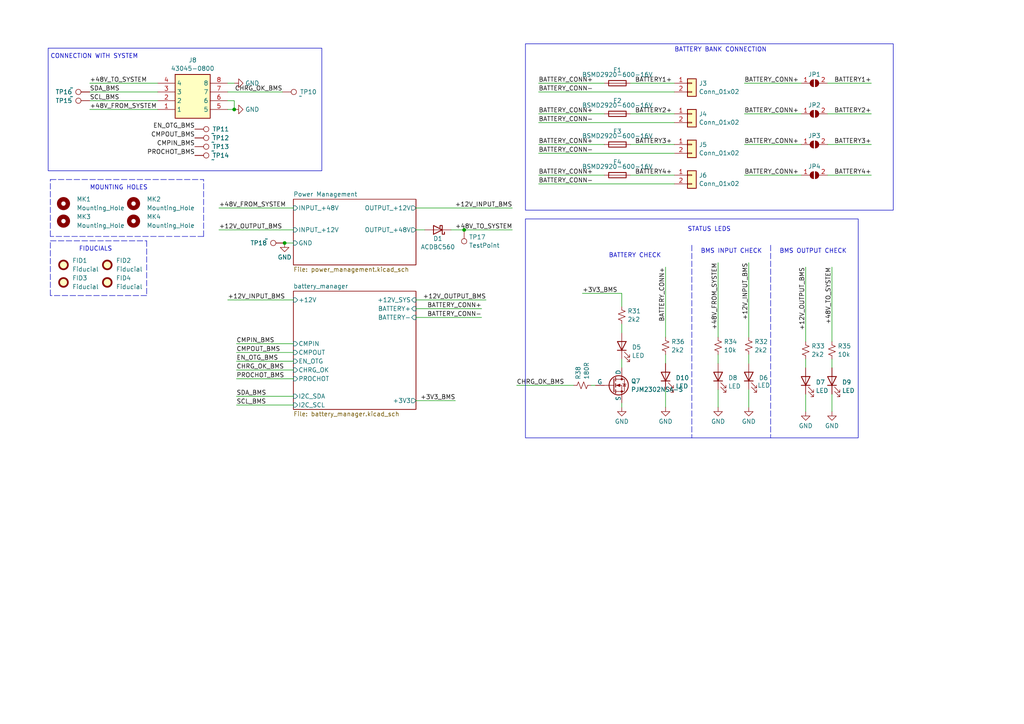
<source format=kicad_sch>
(kicad_sch (version 20230121) (generator eeschema)
  (paper "A4")
  (title_block (date "2023-08-11") (rev "1.0.0"))
  (lib_symbols
    (symbol "Connector:43045-0800"
      (property "Reference" "J" (at 16.51 7.62 0))
      (property "Value" "43045-0800" (at 16.51 5.08 0))
      (symbol "43045-0800_1_1"
        (rectangle (start 5.08 2.54) (end 15.24 -10.16) (stroke (width 0.254)) (fill (type background)))
        (pin passive line (at 0 -7.62 0) (length 5.08) (name "1") (number "1"))
        (pin passive line (at 0 -5.08 0) (length 5.08) (name "2") (number "2"))
        (pin passive line (at 0 -2.54 0) (length 5.08) (name "3") (number "3"))
        (pin passive line (at 0 0 0) (length 5.08) (name "4") (number "4"))
        (pin passive line (at 20.32 -7.62 180) (length 5.08) (name "5") (number "5"))
        (pin passive line (at 20.32 -5.08 180) (length 5.08) (name "6") (number "6"))
        (pin passive line (at 20.32 -2.54 180) (length 5.08) (name "7") (number "7"))
        (pin passive line (at 20.32 0 180) (length 5.08) (name "8") (number "8"))
      )
    )
    (symbol "Connector:TestPoint" (pin_numbers hide) (pin_names (offset 0.762) hide)
      (property "Reference" "TP" (at 0 6.858 0))
      (property "Value" "TestPoint" (at 0 5.08 0))
      (symbol "TestPoint_0_1"
        (circle (center 0 3.302) (radius 0.762))
      )
      (symbol "TestPoint_1_1"
        (pin passive line (at 0 0 90) (length 2.54) (name "1") (number "1"))
      )
    )
    (symbol "Connector_Generic:Conn_01x02" (pin_names (offset 1.016) hide)
      (property "Reference" "J" (at 0 2.54 0))
      (property "Value" "Conn_01x02" (at 0 -5.08 0))
      (symbol "Conn_01x02_1_1"
        (rectangle (start -1.27 -2.413) (end 0 -2.667) (stroke (width 0.1524)))
        (rectangle (start -1.27 0.127) (end 0 -0.127) (stroke (width 0.1524)))
        (rectangle (start -1.27 1.27) (end 1.27 -3.81) (stroke (width 0.254)) (fill (type background)))
        (pin passive line (at -5.08 0 0) (length 3.81) (name "Pin_1") (number "1"))
        (pin passive line (at -5.08 -2.54 0) (length 3.81) (name "Pin_2") (number "2"))
      )
    )
    (symbol "Device:D_Schottky" (pin_numbers hide) (pin_names (offset 1.016) hide)
      (property "Reference" "D" (at 0 2.54 0))
      (property "Value" "D_Schottky" (at 0 -2.54 0))
      (symbol "D_Schottky_0_1"
        (polyline (pts (xy 1.27 0) (xy -1.27 0)))
        (polyline (pts (xy 1.27 1.27) (xy 1.27 -1.27) (xy -1.27 0) (xy 1.27 1.27)) (stroke (width 0.254)))
        (polyline (pts (xy -1.905 0.635) (xy -1.905 1.27) (xy -1.27 1.27) (xy -1.27 -1.27) (xy -0.635 -1.27) (xy -0.635 -0.635)) (stroke (width 0.254)))
      )
      (symbol "D_Schottky_1_1"
        (pin passive line (at -3.81 0 0) (length 2.54) (name "K") (number "1"))
        (pin passive line (at 3.81 0 180) (length 2.54) (name "A") (number "2"))
      )
    )
    (symbol "Device:Fuse" (pin_numbers hide) (pin_names (offset 0))
      (property "Reference" "F" (at 2.032 0 90))
      (property "Value" "Fuse" (at -1.905 0 90))
      (symbol "Fuse_0_1"
        (rectangle (start -0.762 -2.54) (end 0.762 2.54) (stroke (width 0.254)))
        (polyline (pts (xy 0 2.54) (xy 0 -2.54)))
      )
      (symbol "Fuse_1_1"
        (pin passive line (at 0 3.81 270) (length 1.27) (name "~") (number "1"))
        (pin passive line (at 0 -3.81 90) (length 1.27) (name "~") (number "2"))
      )
    )
    (symbol "Device:LED" (pin_numbers hide) (pin_names (offset 1.016) hide)
      (property "Reference" "D" (at 0 2.54 0))
      (property "Value" "LED" (at 0 -2.54 0))
      (symbol "LED_0_1"
        (polyline (pts (xy -1.27 -1.27) (xy -1.27 1.27)) (stroke (width 0.254)))
        (polyline (pts (xy -1.27 0) (xy 1.27 0)))
        (polyline (pts (xy 1.27 -1.27) (xy 1.27 1.27) (xy -1.27 0) (xy 1.27 -1.27)) (stroke (width 0.254)))
        (polyline (pts (xy -3.048 -0.762) (xy -4.572 -2.286) (xy -3.81 -2.286) (xy -4.572 -2.286) (xy -4.572 -1.524)))
        (polyline (pts (xy -1.778 -0.762) (xy -3.302 -2.286) (xy -2.54 -2.286) (xy -3.302 -2.286) (xy -3.302 -1.524)))
      )
      (symbol "LED_1_1"
        (pin passive line (at -3.81 0 0) (length 2.54) (name "K") (number "1"))
        (pin passive line (at 3.81 0 180) (length 2.54) (name "A") (number "2"))
      )
    )
    (symbol "Device:R_Small_US" (pin_numbers hide) (pin_names (offset 0.254) hide)
      (property "Reference" "R" (at 0.762 0.508 0))
      (property "Value" "R_Small_US" (at 0.762 -1.016 0))
      (symbol "R_Small_US_1_1"
        (polyline (pts (xy 0 0) (xy 1.016 -0.381) (xy 0 -0.762) (xy -1.016 -1.143) (xy 0 -1.524)))
        (polyline (pts (xy 0 1.524) (xy 1.016 1.143) (xy 0 0.762) (xy -1.016 0.381) (xy 0 0)))
        (pin passive line (at 0 2.54 270) (length 1.016) (name "~") (number "1"))
        (pin passive line (at 0 -2.54 90) (length 1.016) (name "~") (number "2"))
      )
    )
    (symbol "Jumper:SolderJumper_2_Open" (pin_names (offset 0) hide)
      (property "Reference" "JP" (at 0 2.032 0))
      (property "Value" "SolderJumper_2_Open" (at 0 -2.54 0))
      (symbol "SolderJumper_2_Open_0_1"
        (arc (start -0.254 1.016) (mid -1.2656 0) (end -0.254 -1.016))
        (arc (start -0.254 1.016) (mid -1.2656 0) (end -0.254 -1.016) (fill (type outline)))
        (polyline (pts (xy -0.254 1.016) (xy -0.254 -1.016)))
        (polyline (pts (xy 0.254 1.016) (xy 0.254 -1.016)))
        (arc (start 0.254 -1.016) (mid 1.2656 0) (end 0.254 1.016))
        (arc (start 0.254 -1.016) (mid 1.2656 0) (end 0.254 1.016) (fill (type outline)))
      )
      (symbol "SolderJumper_2_Open_1_1"
        (pin passive line (at -3.81 0 0) (length 2.54) (name "A") (number "1"))
        (pin passive line (at 3.81 0 180) (length 2.54) (name "B") (number "2"))
      )
    )
    (symbol "Mechanical:Fiducial"
      (property "Reference" "FID" (at 0 5.08 0))
      (property "Value" "Fiducial" (at 0 3.175 0))
      (symbol "Fiducial_0_1"
        (circle (center 0 0) (radius 1.27) (stroke (width 0.508)) (fill (type background)))
      )
    )
    (symbol "Simulation_SPICE:NMOS" (pin_numbers hide) (pin_names (offset 0))
      (property "Reference" "Q8" (at 5.207 1.2121 0))
      (property "Value" "PJM2302NSA-S" (at 5.207 -1.2121 0))
      (symbol "NMOS_0_1"
        (polyline (pts (xy 0.254 0) (xy -2.54 0)))
        (polyline (pts (xy 0.254 1.905) (xy 0.254 -1.905)) (stroke (width 0.254)))
        (polyline (pts (xy 0.762 -1.27) (xy 0.762 -2.286)) (stroke (width 0.254)))
        (polyline (pts (xy 0.762 0.508) (xy 0.762 -0.508)) (stroke (width 0.254)))
        (polyline (pts (xy 0.762 2.286) (xy 0.762 1.27)) (stroke (width 0.254)))
        (polyline (pts (xy 2.54 2.54) (xy 2.54 1.778)))
        (polyline (pts (xy 2.54 -2.54) (xy 2.54 0) (xy 0.762 0)))
        (polyline (pts (xy 0.762 -1.778) (xy 3.302 -1.778) (xy 3.302 1.778) (xy 0.762 1.778)))
        (polyline (pts (xy 1.016 0) (xy 2.032 0.381) (xy 2.032 -0.381) (xy 1.016 0)) (fill (type outline)))
        (polyline (pts (xy 2.794 0.508) (xy 2.921 0.381) (xy 3.683 0.381) (xy 3.81 0.254)))
        (polyline (pts (xy 3.302 0.381) (xy 2.921 -0.254) (xy 3.683 -0.254) (xy 3.302 0.381)))
        (circle (center 1.651 0) (radius 2.794) (stroke (width 0.254)))
        (circle (center 2.54 -1.778) (radius 0.254) (fill (type outline)))
        (circle (center 2.54 1.778) (radius 0.254) (fill (type outline)))
      )
      (symbol "NMOS_1_1"
        (pin input line (at -5.08 0 0) (length 2.54) (name "G") (number "1"))
        (pin passive line (at 2.54 -5.08 90) (length 2.54) (name "S") (number "2"))
        (pin passive line (at 2.54 5.08 270) (length 2.54) (name "D") (number "3"))
      )
    )
    (symbol "mechanical:Mounting_Hole" (pin_names (offset 1.016))
      (property "Reference" "MK" (at 0 5.08 0))
      (property "Value" "Mounting_Hole" (at 0 3.175 0))
      (symbol "Mounting_Hole_0_1"
        (circle (center 0 0) (radius 1.27) (stroke (width 1.27)))
      )
    )
    (symbol "power:GND" (power) (pin_names (offset 0))
      (property "Value" "GND" (at 0 -3.81 0))
      (symbol "GND_0_1"
        (polyline (pts (xy 0 0) (xy 0 -1.27) (xy 1.27 -1.27) (xy 0 -2.54) (xy -1.27 -1.27) (xy 0 -1.27)))
      )
      (symbol "GND_1_1"
        (pin power_in line (at 0 0 270) (length 0) hide (name "GND") (number "1"))
      )
    )
  )
  (junction (at 134.62 66.675))
  (junction (at 67.945 31.75))
  (junction (at 82.55 70.485))
  (polyline (pts (xy 200.66 71.12) (xy 200.66 127)) (stroke (width 0) (type dash)))
  (wire (pts (xy 180.34 93.98) (xy 180.34 96.52)))
  (polyline (pts (xy 59.055 68.58) (xy 14.605 68.58)) (stroke (width 0) (type dash)))
  (wire (pts (xy 68.58 104.775) (xy 85.09 104.775)))
  (wire (pts (xy 208.28 102.87) (xy 208.28 105.41)))
  (wire (pts (xy 130.81 66.675) (xy 134.62 66.675)))
  (wire (pts (xy 182.88 41.91) (xy 195.58 41.91)))
  (wire (pts (xy 241.3 104.14) (xy 241.3 106.68)))
  (wire (pts (xy 120.65 116.205) (xy 132.08 116.205)))
  (wire (pts (xy 149.86 111.76) (xy 166.37 111.76)))
  (wire (pts (xy 156.21 24.13) (xy 175.26 24.13)))
  (wire (pts (xy 156.21 33.02) (xy 175.26 33.02)))
  (polyline (pts (xy 14.605 68.58) (xy 14.605 52.07)) (stroke (width 0) (type dash)))
  (wire (pts (xy 68.58 114.935) (xy 85.09 114.935)))
  (wire (pts (xy 156.21 50.8) (xy 175.26 50.8)))
  (wire (pts (xy 120.65 89.535) (xy 139.7 89.535)))
  (wire (pts (xy 240.03 50.8) (xy 252.73 50.8)))
  (wire (pts (xy 63.5 60.325) (xy 85.09 60.325)))
  (wire (pts (xy 120.65 92.075) (xy 139.7 92.075)))
  (wire (pts (xy 120.65 60.325) (xy 148.59 60.325)))
  (wire (pts (xy 68.58 109.855) (xy 85.09 109.855)))
  (wire (pts (xy 26.035 31.75) (xy 45.72 31.75)))
  (wire (pts (xy 180.34 116.84) (xy 180.34 118.11)))
  (wire (pts (xy 240.03 41.91) (xy 252.73 41.91)))
  (polyline (pts (xy 14.605 52.07) (xy 59.055 52.07)) (stroke (width 0) (type dash)))
  (wire (pts (xy 66.04 31.75) (xy 67.945 31.75)))
  (wire (pts (xy 241.3 77.47) (xy 241.3 99.06)))
  (polyline (pts (xy 14.605 69.85) (xy 42.545 69.85)) (stroke (width 0) (type dash)))
  (wire (pts (xy 195.58 44.45) (xy 156.21 44.45)))
  (wire (pts (xy 182.88 24.13) (xy 195.58 24.13)))
  (wire (pts (xy 66.04 24.13) (xy 67.945 24.13)))
  (wire (pts (xy 241.3 114.3) (xy 241.3 119.38)))
  (wire (pts (xy 156.21 35.56) (xy 195.58 35.56)))
  (wire (pts (xy 168.91 85.09) (xy 180.34 85.09)))
  (wire (pts (xy 195.58 26.67) (xy 156.21 26.67)))
  (wire (pts (xy 182.88 33.02) (xy 195.58 33.02)))
  (wire (pts (xy 66.04 29.21) (xy 67.945 29.21)))
  (wire (pts (xy 215.9 41.91) (xy 232.41 41.91)))
  (wire (pts (xy 240.03 24.13) (xy 252.73 24.13)))
  (wire (pts (xy 171.45 111.76) (xy 172.72 111.76)))
  (wire (pts (xy 68.58 107.315) (xy 85.09 107.315)))
  (wire (pts (xy 68.58 117.475) (xy 85.09 117.475)))
  (wire (pts (xy 195.58 53.34) (xy 156.21 53.34)))
  (wire (pts (xy 193.04 102.87) (xy 193.04 105.41)))
  (wire (pts (xy 66.04 86.995) (xy 85.09 86.995)))
  (wire (pts (xy 193.04 77.47) (xy 193.04 97.79)))
  (wire (pts (xy 217.17 102.87) (xy 217.17 105.41)))
  (wire (pts (xy 26.035 26.67) (xy 45.72 26.67)))
  (wire (pts (xy 217.17 76.2) (xy 217.17 97.79)))
  (wire (pts (xy 208.28 113.03) (xy 208.28 118.11)))
  (wire (pts (xy 180.34 104.14) (xy 180.34 106.68)))
  (wire (pts (xy 215.9 24.13) (xy 232.41 24.13)))
  (polyline (pts (xy 223.52 71.12) (xy 223.52 127)) (stroke (width 0) (type dash)))
  (wire (pts (xy 217.17 113.03) (xy 217.17 118.11)))
  (wire (pts (xy 63.5 66.675) (xy 85.09 66.675)))
  (wire (pts (xy 233.68 114.3) (xy 233.68 119.38)))
  (wire (pts (xy 233.68 77.47) (xy 233.68 99.06)))
  (wire (pts (xy 134.62 66.675) (xy 148.59 66.675)))
  (wire (pts (xy 240.03 33.02) (xy 252.73 33.02)))
  (wire (pts (xy 120.65 66.675) (xy 123.19 66.675)))
  (wire (pts (xy 215.9 33.02) (xy 232.41 33.02)))
  (wire (pts (xy 82.55 70.485) (xy 85.09 70.485)))
  (wire (pts (xy 193.04 113.03) (xy 193.04 118.11)))
  (wire (pts (xy 120.65 86.995) (xy 140.97 86.995)))
  (polyline (pts (xy 59.055 68.58) (xy 59.055 52.07)) (stroke (width 0) (type dash)))
  (polyline (pts (xy 42.545 69.85) (xy 42.545 85.725)) (stroke (width 0) (type dash)))
  (polyline (pts (xy 42.545 85.725) (xy 14.605 85.725)) (stroke (width 0) (type dash)))
  (wire (pts (xy 182.88 50.8) (xy 195.58 50.8)))
  (wire (pts (xy 68.58 102.235) (xy 85.09 102.235)))
  (wire (pts (xy 66.04 26.67) (xy 81.915 26.67)))
  (wire (pts (xy 208.28 76.2) (xy 208.28 97.79)))
  (wire (pts (xy 26.035 29.21) (xy 45.72 29.21)))
  (polyline (pts (xy 14.605 85.725) (xy 14.605 69.85)) (stroke (width 0) (type dash)))
  (wire (pts (xy 67.945 29.21) (xy 67.945 31.75)))
  (wire (pts (xy 26.035 24.13) (xy 45.72 24.13)))
  (wire (pts (xy 156.21 41.91) (xy 175.26 41.91)))
  (wire (pts (xy 233.68 104.14) (xy 233.68 106.68)))
  (wire (pts (xy 215.9 50.8) (xy 232.41 50.8)))
  (wire (pts (xy 180.34 85.09) (xy 180.34 88.9)))
  (wire (pts (xy 68.58 99.695) (xy 85.09 99.695)))
  (rectangle (start 152.4 63.5) (end 248.92 127))
  (rectangle (start 152.4 12.7) (end 259.08 60.96))
  (rectangle (start 13.97 13.97) (end 93.345 49.53))
  (text "BMS INPUT CHECK" (at 203.2 73.66 0) (effects (font (size 1.27 1.27)) (justify left bottom)))
  (text "MOUNTING HOLES\n" (at 26.035 55.245 0) (effects (font (size 1.27 1.27)) (justify left bottom)))
  (text "BATTERY CHECK" (at 176.53 74.93 0) (effects (font (size 1.27 1.27)) (justify left bottom)))
  (text "CONNECTION WITH SYSTEM" (at 14.605 17.145 0) (effects (font (size 1.27 1.27)) (justify left bottom)))
  (text "FIDUCIALS\n" (at 22.86 73.025 0) (effects (font (size 1.27 1.27)) (justify left bottom)))
  (text "STATUS LEDS\n" (at 199.39 67.31 0) (effects (font (size 1.27 1.27)) (justify left bottom)))
  (text "BATTERY BANK CONNECTION" (at 195.58 15.24 0) (effects (font (size 1.27 1.27)) (justify left bottom)))
  (text "BMS OUTPUT CHECK" (at 226.06 73.66 0) (effects (font (size 1.27 1.27)) (justify left bottom)))
  (label "BATTERY_CONN+" (at 215.9 41.91 0))
  (label "BATTERY_CONN-" (at 156.21 26.67 0))
  (label "SDA_BMS" (at 26.035 26.67 0))
  (label "BATTERY_CONN+" (at 156.21 24.13 0))
  (label "BATTERY2+" (at 184.15 33.02 0))
  (label "BATTERY_CONN+" (at 156.21 33.02 0))
  (label "BATTERY1+" (at 184.15 24.13 0))
  (label "BATTERY_CONN+" (at 215.9 33.02 0))
  (label "BATTERY_CONN-" (at 156.21 53.34 0))
  (label "BATTERY_CONN+" (at 215.9 50.8 0))
  (label "BATTERY4+" (at 252.73 50.8 180))
  (label "PROCHOT_BMS" (at 56.515 45.085 180))
  (label "+12V_OUTPUT_BMS" (at 140.97 86.995 180))
  (label "+48V_TO_SYSTEM" (at 26.035 24.13 0))
  (label "CMPIN_BMS" (at 56.515 42.545 180))
  (label "CHRG_OK_BMS" (at 81.915 26.67 180))
  (label "+48V_FROM_SYSTEM" (at 63.5 60.325 0))
  (label "PROCHOT_BMS" (at 68.58 109.855 0))
  (label "SCL_BMS" (at 26.035 29.21 0))
  (label "CHRG_OK_BMS" (at 68.58 107.315 0))
  (label "CMPOUT_BMS" (at 56.515 40.005 180))
  (label "BATTERY2+" (at 252.73 33.02 180))
  (label "CMPOUT_BMS" (at 68.58 102.235 0))
  (label "+12V_INPUT_BMS" (at 217.17 76.2 270))
  (label "BATTERY_CONN-" (at 156.21 35.56 0))
  (label "BATTERY3+" (at 184.15 41.91 0))
  (label "CHRG_OK_BMS" (at 149.86 111.76 0))
  (label "BATTERY_CONN-" (at 156.21 44.45 0))
  (label "+48V_FROM_SYSTEM" (at 208.28 76.2 270))
  (label "+3V3_BMS" (at 132.08 116.205 180))
  (label "+48V_TO_SYSTEM" (at 148.59 66.675 180))
  (label "+48V_TO_SYSTEM" (at 241.3 77.47 270))
  (label "+3V3_BMS" (at 168.91 85.09 0))
  (label "BATTERY_CONN-" (at 139.7 92.075 180))
  (label "CMPIN_BMS" (at 68.58 99.695 0))
  (label "BATTERY_CONN+" (at 139.7 89.535 180))
  (label "EN_OTG_BMS" (at 68.58 104.775 0))
  (label "+48V_FROM_SYSTEM" (at 26.035 31.75 0))
  (label "SDA_BMS" (at 68.58 114.935 0))
  (label "+12V_INPUT_BMS" (at 148.59 60.325 180))
  (label "+12V_OUTPUT_BMS" (at 233.68 77.47 270))
  (label "SCL_BMS" (at 68.58 117.475 0))
  (label "BATTERY_CONN+" (at 156.21 41.91 0))
  (label "EN_OTG_BMS" (at 56.515 37.465 180))
  (label "BATTERY_CONN+" (at 156.21 50.8 0))
  (label "+12V_OUTPUT_BMS" (at 63.5 66.675 0))
  (label "BATTERY_CONN+" (at 193.04 77.47 270))
  (label "+12V_INPUT_BMS" (at 66.04 86.995 0))
  (label "BATTERY_CONN+" (at 215.9 24.13 0))
  (label "BATTERY4+" (at 184.15 50.8 0))
  (label "BATTERY1+" (at 252.73 24.13 180))
  (label "BATTERY3+" (at 252.73 41.91 180))
  (symbol (lib_id "Device:Fuse") (at 179.07 41.91 90) (unit 1)
    (property "Reference" "F3" (at 179.07 38.1 90))
    (property "Value" "BSMD2920-600-16V" (at 179.07 39.4279 90))
    (property "Footprint" "Fuse:BSMD2920" (effects hide))
    (property "LCSC Part" "C910847" (effects hide))
  )
  (symbol (lib_id "Connector_Generic:Conn_01x02") (at 200.66 41.91 0) (unit 1)
    (property "Reference" "J5" (at 202.692 41.9679 0) (effects (justify left)))
    (property "Value" "Conn_01x02" (at 202.692 44.3921 0) (effects (justify left)))
    (property "Footprint" "Connector:KF202-5.0-2P" (effects hide))
  )
  (symbol (lib_id "Device:R_Small_US") (at 241.3 101.6 0) (unit 1)
    (property "Reference" "R35" (at 242.951 100.3879 0) (effects (justify left)))
    (property "Value" "10k" (at 242.951 102.8121 0) (effects (justify left)))
    (property "Footprint" "Resistor_SMD:R_0402_1005Metric" (effects hide))
  )
  (symbol (lib_id "Simulation_SPICE:NMOS") (at 177.8 111.76 0) (unit 1)
    (property "Reference" "Q7" (at 183.007 110.5479 0) (effects (justify left)))
    (property "Value" "PJM2302NSA-S" (at 183.007 112.9721 0) (effects (justify left)))
    (property "Footprint" "Package_TO_SOT_SMD:SOT-23" (effects hide))
    (property "Datasheet" "https://ngspice.sourceforge.io/docs/ngspice-manual.pdf" (effects hide))
    (property "Sim.Device" "NMOS" (effects hide))
    (property "Sim.Type" "VDMOS" (effects hide))
    (property "Sim.Pins" "1=D 2=G 3=S" (effects hide))
    (property "LCSC Part" "C411710" (effects hide))
  )
  (symbol (lib_id "Mechanical:Fiducial") (at 18.415 81.915 0) (unit 1)
    (property "Reference" "FID3" (at 20.955 80.6449 0) (effects (justify left)))
    (property "Value" "Fiducial" (at 20.955 83.1849 0) (effects (justify left)))
    (property "Footprint" "Fiducial:Fiducial_1mm_Mask2mm" (effects hide))
  )
  (symbol (lib_id "mechanical:Mounting_Hole") (at 18.415 64.135 0) (unit 1)
    (property "Reference" "MK3" (at 22.225 62.8649 0) (effects (justify left)))
    (property "Value" "Mounting_Hole" (at 22.225 65.4049 0) (effects (justify left)))
    (property "Footprint" "MountingHole:MountingHole_4.3mm_M4" (effects hide))
  )
  (symbol (lib_id "Device:LED") (at 208.28 109.22 90) (unit 1)
    (property "Reference" "D8" (at 211.201 109.5954 90) (effects (justify right)))
    (property "Value" "LED" (at 211.201 112.0196 90) (effects (justify right)))
    (property "Footprint" "LED_SMD:LED_0603_1608Metric" (effects hide))
  )
  (symbol (lib_id "Device:R_Small_US") (at 208.28 100.33 0) (unit 1)
    (property "Reference" "R34" (at 209.931 99.1179 0) (effects (justify left)))
    (property "Value" "10k" (at 209.931 101.5421 0) (effects (justify left)))
    (property "Footprint" "Resistor_SMD:R_0402_1005Metric" (effects hide))
  )
  (symbol (lib_id "power:GND") (at 217.17 118.11 0) (unit 1)
    (property "Reference" "#PWR043" (effects hide))
    (property "Value" "GND" (at 217.17 122.2431 0))
  )
  (symbol (lib_id "Connector:TestPoint") (at 26.035 26.67 90) (unit 1)
    (property "Reference" "TP16" (at 20.955 26.67 90) (effects (justify left)))
    (property "Value" "~" (at 21.336 25.4579 90) (effects (justify left)))
    (property "Footprint" "TestPoint:TestPoint_Pad_D1.0mm" (effects hide))
  )
  (symbol (lib_id "Connector:43045-0800") (at 45.72 24.13 0) (unit 1)
    (property "Reference" "J8" (at 55.88 17.4457 0))
    (property "Value" "43045-0800" (at 55.88 19.8699 0))
    (property "Footprint" "Connector_Molex:43045-08_00,01,02,10_" (effects hide))
    (property "Datasheet" "https://www.molex.com/pdm_docs/sd/430450200_sd.pdf" (effects hide))
    (property "Height" "8.77" (effects hide))
    (property "Mouser Part Number" "538-43045-0800" (effects hide))
    (property "Mouser Price/Stock" "https://www.mouser.co.uk/ProductDetail/Molex/43045-0800?qs=MGlPTwjtJ4Z70Z3DbkGxKw%3D%3D" (effects hide))
    (property "Manufacturer_Name" "Molex" (effects hide))
    (property "Manufacturer_Part_Number" "43045-0800" (effects hide))
  )
  (symbol (lib_id "power:GND") (at 180.34 118.11 0) (unit 1)
    (property "Reference" "#PWR042" (effects hide))
    (property "Value" "GND" (at 180.34 122.2431 0))
  )
  (symbol (lib_id "Mechanical:Fiducial") (at 31.115 76.835 0) (unit 1)
    (property "Reference" "FID2" (at 33.655 75.5649 0) (effects (justify left)))
    (property "Value" "Fiducial" (at 33.655 78.1049 0) (effects (justify left)))
    (property "Footprint" "Fiducial:Fiducial_1mm_Mask2mm" (effects hide))
  )
  (symbol (lib_id "Device:LED") (at 233.68 110.49 90) (unit 1)
    (property "Reference" "D7" (at 236.601 110.8654 90) (effects (justify right)))
    (property "Value" "LED" (at 236.601 113.2896 90) (effects (justify right)))
    (property "Footprint" "LED_SMD:LED_0603_1608Metric" (effects hide))
  )
  (symbol (lib_id "Connector_Generic:Conn_01x02") (at 200.66 33.02 0) (unit 1)
    (property "Reference" "J4" (at 202.692 33.0779 0) (effects (justify left)))
    (property "Value" "Conn_01x02" (at 202.692 35.5021 0) (effects (justify left)))
    (property "Footprint" "Connector:KF202-5.0-2P" (effects hide))
  )
  (symbol (lib_id "Device:LED") (at 241.3 110.49 90) (unit 1)
    (property "Reference" "D9" (at 244.221 110.8654 90) (effects (justify right)))
    (property "Value" "LED" (at 244.221 113.2896 90) (effects (justify right)))
    (property "Footprint" "LED_SMD:LED_0603_1608Metric" (effects hide))
  )
  (symbol (lib_id "power:GND") (at 208.28 118.11 0) (unit 1)
    (property "Reference" "#PWR045" (effects hide))
    (property "Value" "GND" (at 208.28 122.2431 0))
  )
  (symbol (lib_id "Device:R_Small_US") (at 233.68 101.6 0) (unit 1)
    (property "Reference" "R33" (at 235.331 100.3879 0) (effects (justify left)))
    (property "Value" "2k2" (at 235.331 102.8121 0) (effects (justify left)))
    (property "Footprint" "Resistor_SMD:R_0402_1005Metric" (effects hide))
  )
  (symbol (lib_id "mechanical:Mounting_Hole") (at 38.735 59.055 0) (unit 1)
    (property "Reference" "MK2" (at 42.545 57.7849 0) (effects (justify left)))
    (property "Value" "Mounting_Hole" (at 42.545 60.3249 0) (effects (justify left)))
    (property "Footprint" "MountingHole:MountingHole_4.3mm_M4" (effects hide))
  )
  (symbol (lib_id "Connector:TestPoint") (at 134.62 66.675 180) (unit 1)
    (property "Reference" "TP17" (at 136.017 68.7649 0) (effects (justify right)))
    (property "Value" "TestPoint" (at 136.017 71.1891 0) (effects (justify right)))
    (property "Footprint" "TestPoint:TestPoint_Pad_D1.0mm" (effects hide))
  )
  (symbol (lib_id "Device:R_Small_US") (at 168.91 111.76 90) (unit 1)
    (property "Reference" "R38" (at 167.6979 110.109 0) (effects (justify left)))
    (property "Value" "180R" (at 170.1221 110.109 0) (effects (justify left)))
    (property "Footprint" "Resistor_SMD:R_0402_1005Metric" (effects hide))
  )
  (symbol (lib_id "Device:R_Small_US") (at 217.17 100.33 0) (unit 1)
    (property "Reference" "R32" (at 218.821 99.1179 0) (effects (justify left)))
    (property "Value" "2k2" (at 218.821 101.5421 0) (effects (justify left)))
    (property "Footprint" "Resistor_SMD:R_0402_1005Metric" (effects hide))
  )
  (symbol (lib_id "Connector:TestPoint") (at 56.515 42.545 270) (unit 1)
    (property "Reference" "TP13" (at 61.595 42.545 90) (effects (justify left)))
    (property "Value" "~" (at 61.214 43.7571 90) (effects (justify left)))
    (property "Footprint" "TestPoint:TestPoint_Pad_D1.0mm" (effects hide))
  )
  (symbol (lib_id "power:GND") (at 233.68 119.38 0) (unit 1)
    (property "Reference" "#PWR044" (effects hide))
    (property "Value" "GND" (at 233.68 123.5131 0))
  )
  (symbol (lib_id "mechanical:Mounting_Hole") (at 18.415 59.055 0) (unit 1)
    (property "Reference" "MK1" (at 22.225 57.7849 0) (effects (justify left)))
    (property "Value" "Mounting_Hole" (at 22.225 60.3249 0) (effects (justify left)))
    (property "Footprint" "MountingHole:MountingHole_4.3mm_M4" (effects hide))
  )
  (symbol (lib_id "Device:LED") (at 217.17 109.22 90) (unit 1)
    (property "Reference" "D6" (at 220.091 109.5954 90) (effects (justify right)))
    (property "Value" "LED" (at 219.71 111.76 90) (effects (justify right)))
    (property "Footprint" "LED_SMD:LED_0603_1608Metric" (effects hide))
  )
  (symbol (lib_id "Jumper:SolderJumper_2_Open") (at 236.22 41.91 0) (unit 1)
    (property "Reference" "JP3" (at 236.22 39.37 0))
    (property "Value" "~" (at 236.22 39.3009 0))
    (property "Footprint" "Jumper:SolderJumper-2_P1.3mm_Open_RoundedPad1.0x1.5mm" (effects hide))
  )
  (symbol (lib_id "Device:D_Schottky") (at 127 66.675 180) (unit 1)
    (property "Reference" "D1" (at 127 69.215 0))
    (property "Value" "ACDBC560" (at 127 71.6392 0))
    (property "Footprint" "Diode_SMD:D_SMC" (effects hide))
  )
  (symbol (lib_id "Device:R_Small_US") (at 193.04 100.33 0) (unit 1)
    (property "Reference" "R36" (at 194.691 99.1179 0) (effects (justify left)))
    (property "Value" "2k2" (at 194.691 101.5421 0) (effects (justify left)))
    (property "Footprint" "Resistor_SMD:R_0402_1005Metric" (effects hide))
  )
  (symbol (lib_id "Connector:TestPoint") (at 56.515 40.005 270) (unit 1)
    (property "Reference" "TP12" (at 61.595 40.005 90) (effects (justify left)))
    (property "Value" "~" (at 61.214 41.2171 90) (effects (justify left)))
    (property "Footprint" "TestPoint:TestPoint_Pad_D1.0mm" (effects hide))
  )
  (symbol (lib_id "power:GND") (at 241.3 119.38 0) (unit 1)
    (property "Reference" "#PWR046" (effects hide))
    (property "Value" "GND" (at 241.3 123.5131 0))
  )
  (symbol (lib_id "power:GND") (at 193.04 118.11 0) (unit 1)
    (property "Reference" "#PWR047" (effects hide))
    (property "Value" "GND" (at 193.04 122.2431 0))
  )
  (symbol (lib_id "Connector:TestPoint") (at 26.035 29.21 90) (unit 1)
    (property "Reference" "TP15" (at 20.955 29.21 90) (effects (justify left)))
    (property "Value" "~" (at 21.336 27.9979 90) (effects (justify left)))
    (property "Footprint" "TestPoint:TestPoint_Pad_D1.0mm" (effects hide))
  )
  (symbol (lib_id "Connector_Generic:Conn_01x02") (at 200.66 24.13 0) (unit 1)
    (property "Reference" "J3" (at 202.692 24.1879 0) (effects (justify left)))
    (property "Value" "Conn_01x02" (at 202.692 26.6121 0) (effects (justify left)))
    (property "Footprint" "Connector:KF202-5.0-2P" (effects hide))
  )
  (symbol (lib_id "power:GND") (at 67.945 24.13 90) (unit 1)
    (property "Reference" "#PWR051" (effects hide))
    (property "Value" "GND" (at 71.12 24.13 90) (effects (justify right)))
  )
  (symbol (lib_id "Jumper:SolderJumper_2_Open") (at 236.22 24.13 0) (unit 1)
    (property "Reference" "JP1" (at 236.22 21.59 0))
    (property "Value" "~" (at 236.22 21.5209 0))
    (property "Footprint" "Jumper:SolderJumper-2_P1.3mm_Open_RoundedPad1.0x1.5mm" (effects hide))
  )
  (symbol (lib_id "power:GND") (at 67.945 31.75 90) (unit 1)
    (property "Reference" "#PWR052" (effects hide))
    (property "Value" "GND" (at 71.12 31.75 90) (effects (justify right)))
  )
  (symbol (lib_id "Device:Fuse") (at 179.07 33.02 90) (unit 1)
    (property "Reference" "F2" (at 179.07 29.21 90))
    (property "Value" "BSMD2920-600-16V" (at 179.07 30.5379 90))
    (property "Footprint" "Fuse:BSMD2920" (effects hide))
    (property "LCSC Part" "C910847" (effects hide))
  )
  (symbol (lib_id "mechanical:Mounting_Hole") (at 38.735 64.135 0) (unit 1)
    (property "Reference" "MK4" (at 42.545 62.8649 0) (effects (justify left)))
    (property "Value" "Mounting_Hole" (at 42.545 65.4049 0) (effects (justify left)))
    (property "Footprint" "MountingHole:MountingHole_4.3mm_M4" (effects hide))
  )
  (symbol (lib_id "Jumper:SolderJumper_2_Open") (at 236.22 33.02 0) (unit 1)
    (property "Reference" "JP2" (at 236.22 30.48 0))
    (property "Value" "~" (at 236.22 30.4109 0))
    (property "Footprint" "Jumper:SolderJumper-2_P1.3mm_Open_RoundedPad1.0x1.5mm" (effects hide))
  )
  (symbol (lib_id "Device:Fuse") (at 179.07 50.8 90) (unit 1)
    (property "Reference" "F4" (at 179.07 46.99 90))
    (property "Value" "BSMD2920-600-16V" (at 179.07 48.3179 90))
    (property "Footprint" "Fuse:BSMD2920" (effects hide))
    (property "LCSC Part" "C910847" (effects hide))
  )
  (symbol (lib_id "Mechanical:Fiducial") (at 31.115 81.915 0) (unit 1)
    (property "Reference" "FID4" (at 33.655 80.6449 0) (effects (justify left)))
    (property "Value" "Fiducial" (at 33.655 83.1849 0) (effects (justify left)))
    (property "Footprint" "Fiducial:Fiducial_1mm_Mask2mm" (effects hide))
  )
  (symbol (lib_id "Device:Fuse") (at 179.07 24.13 90) (unit 1)
    (property "Reference" "F1" (at 179.07 20.32 90))
    (property "Value" "BSMD2920-600-16V" (at 179.07 21.6479 90))
    (property "Footprint" "Fuse:BSMD2920" (effects hide))
    (property "LCSC Part" "C910847" (effects hide))
  )
  (symbol (lib_id "power:GND") (at 82.55 70.485 0) (unit 1)
    (property "Reference" "#PWR034" (effects hide))
    (property "Value" "GND" (at 82.55 74.6181 0))
  )
  (symbol (lib_id "Connector:TestPoint") (at 81.915 26.67 270) (unit 1)
    (property "Reference" "TP10" (at 86.995 26.67 90) (effects (justify left)))
    (property "Value" "~" (at 86.614 27.8821 90) (effects (justify left)))
    (property "Footprint" "TestPoint:TestPoint_Pad_D1.0mm" (effects hide))
  )
  (symbol (lib_id "Device:LED") (at 193.04 109.22 90) (unit 1)
    (property "Reference" "D10" (at 195.961 109.5954 90) (effects (justify right)))
    (property "Value" "LED" (at 195.961 112.0196 90) (effects (justify right)))
    (property "Footprint" "LED_SMD:LED_0603_1608Metric" (effects hide))
  )
  (symbol (lib_id "Device:R_Small_US") (at 180.34 91.44 0) (unit 1)
    (property "Reference" "R31" (at 181.991 90.2279 0) (effects (justify left)))
    (property "Value" "2k2" (at 181.991 92.6521 0) (effects (justify left)))
    (property "Footprint" "Resistor_SMD:R_0402_1005Metric" (effects hide))
  )
  (symbol (lib_id "Jumper:SolderJumper_2_Open") (at 236.22 50.8 0) (unit 1)
    (property "Reference" "JP4" (at 236.22 48.26 0))
    (property "Value" "~" (at 236.22 48.1909 0))
    (property "Footprint" "Jumper:SolderJumper-2_P1.3mm_Open_RoundedPad1.0x1.5mm" (effects hide))
  )
  (symbol (lib_id "Connector_Generic:Conn_01x02") (at 200.66 50.8 0) (unit 1)
    (property "Reference" "J6" (at 202.692 50.8579 0) (effects (justify left)))
    (property "Value" "Conn_01x02" (at 202.692 53.2821 0) (effects (justify left)))
    (property "Footprint" "Connector:KF202-5.0-2P" (effects hide))
  )
  (symbol (lib_id "Device:LED") (at 180.34 100.33 90) (unit 1)
    (property "Reference" "D5" (at 183.261 100.7054 90) (effects (justify right)))
    (property "Value" "LED" (at 183.261 103.1296 90) (effects (justify right)))
    (property "Footprint" "LED_SMD:LED_0603_1608Metric" (effects hide))
  )
  (symbol (lib_id "Mechanical:Fiducial") (at 18.415 76.835 0) (unit 1)
    (property "Reference" "FID1" (at 20.955 75.5649 0) (effects (justify left)))
    (property "Value" "Fiducial" (at 20.955 78.1049 0) (effects (justify left)))
    (property "Footprint" "Fiducial:Fiducial_1mm_Mask2mm" (effects hide))
  )
  (symbol (lib_id "Connector:TestPoint") (at 56.515 45.085 270) (unit 1)
    (property "Reference" "TP14" (at 61.595 45.085 90) (effects (justify left)))
    (property "Value" "~" (at 61.214 46.2971 90) (effects (justify left)))
    (property "Footprint" "TestPoint:TestPoint_Pad_D1.0mm" (effects hide))
  )
  (symbol (lib_id "Connector:TestPoint") (at 82.55 70.485 90) (unit 1)
    (property "Reference" "TP18" (at 77.47 70.485 90) (effects (justify left)))
    (property "Value" "~" (at 77.851 69.2729 90) (effects (justify left)))
    (property "Footprint" "TestPoint:TestPoint_Pad_D1.0mm" (effects hide))
  )
  (symbol (lib_id "Connector:TestPoint") (at 56.515 37.465 270) (unit 1)
    (property "Reference" "TP11" (at 61.595 37.465 90) (effects (justify left)))
    (property "Value" "~" (at 61.214 38.6771 90) (effects (justify left)))
    (property "Footprint" "TestPoint:TestPoint_Pad_D1.0mm" (effects hide))
  )
  (sheet (at 85.09 57.785) (size 35.56 19.05) (stroke (width 0.1524))
    (property "Sheetname" "Power Management" (at 85.09 57.0734 0) (effects (justify left bottom)))
    (property "Sheetfile" "power_management.kicad_sch" (at 85.09 77.4196 0) (effects (justify left top)))
    (pin "INPUT_+12V" input (at 85.09 66.675 180))
    (pin "INPUT_+48V" input (at 85.09 60.325 180))
    (pin "OUTPUT_+48V" output (at 120.65 66.675 0))
    (pin "OUTPUT_+12V" output (at 120.65 60.325 0))
    (pin "GND" input (at 85.09 70.485 180))
  )
  (sheet (at 85.09 84.455) (size 35.56 34.29) (stroke (width 0.1524))
    (property "Sheetname" "battery_manager" (at 85.09 83.7434 0) (effects (justify left bottom)))
    (property "Sheetfile" "battery_manager.kicad_sch" (at 85.09 119.3296 0) (effects (justify left top)))
    (pin "EN_OTG" input (at 85.09 104.775 180))
    (pin "CMPOUT" input (at 85.09 102.235 180))
    (pin "CMPIN" input (at 85.09 99.695 180))
    (pin "I2C_SCL" input (at 85.09 117.475 180))
    (pin "I2C_SDA" input (at 85.09 114.935 180))
    (pin "CHRG_OK" input (at 85.09 107.315 180))
    (pin "BATTERY+" input (at 120.65 89.535 0))
    (pin "BATTERY-" input (at 120.65 92.075 0))
    (pin "+12V_SYS" input (at 120.65 86.995 0))
    (pin "+12V" input (at 85.09 86.995 180))
    (pin "PROCHOT" input (at 85.09 109.855 180))
    (pin "+3V3" output (at 120.65 116.205 0))
  )
)
</source>
